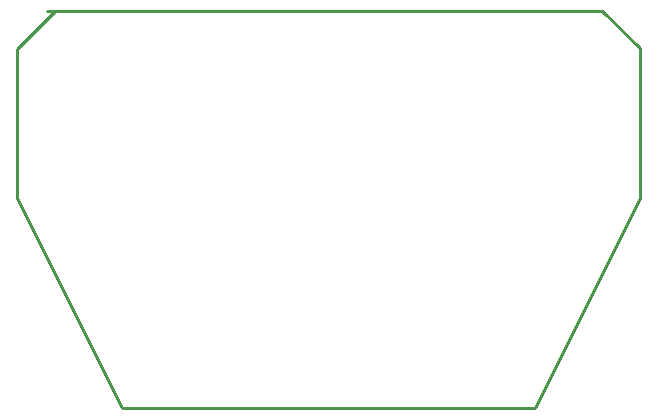
<source format=gko>
G04 EAGLE Gerber RS-274X export*
G75*
%MOMM*%
%FSLAX34Y34*%
%LPD*%
%INBoard Outline*%
%IPPOS*%
%AMOC8*
5,1,8,0,0,1.08239X$1,22.5*%
G01*
%ADD10C,0.000000*%
%ADD11C,0.254000*%


D10*
X88900Y0D02*
X438150Y0D01*
X527050Y177800D01*
X527050Y304800D01*
X495300Y336550D01*
X25400Y336550D01*
X31650Y336450D01*
X0Y304700D01*
X0Y177800D01*
X88900Y0D01*
D11*
X0Y177800D02*
X88900Y0D01*
X438150Y0D01*
X527050Y177800D01*
X527050Y304800D01*
X495300Y336550D01*
X25400Y336550D01*
X31650Y336450D01*
X0Y304700D01*
X0Y177800D01*
M02*

</source>
